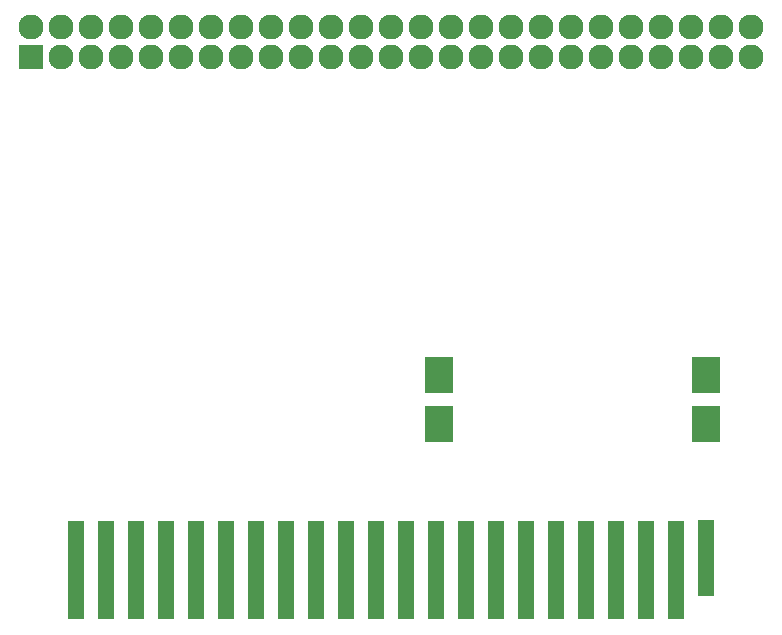
<source format=gbr>
G04 #@! TF.FileFunction,Soldermask,Top*
%FSLAX46Y46*%
G04 Gerber Fmt 4.6, Leading zero omitted, Abs format (unit mm)*
G04 Created by KiCad (PCBNEW 4.0.7) date 05/21/18 15:56:52*
%MOMM*%
%LPD*%
G01*
G04 APERTURE LIST*
%ADD10C,0.100000*%
%ADD11R,2.430000X3.050000*%
%ADD12R,1.400000X6.400000*%
%ADD13R,1.400000X8.400000*%
%ADD14R,2.127200X2.127200*%
%ADD15O,2.127200X2.127200*%
G04 APERTURE END LIST*
D10*
D11*
X168148000Y-123894000D03*
X168148000Y-128074000D03*
X145542000Y-128074000D03*
X145542000Y-123894000D03*
D12*
X168148000Y-139446000D03*
D13*
X165608000Y-140462000D03*
X163068000Y-140462000D03*
X160528000Y-140462000D03*
X157988000Y-140462000D03*
X155448000Y-140462000D03*
X152908000Y-140462000D03*
X150368000Y-140462000D03*
X147828000Y-140462000D03*
X145288000Y-140462000D03*
X142748000Y-140462000D03*
X140208000Y-140462000D03*
X137668000Y-140462000D03*
X135128000Y-140462000D03*
X132588000Y-140462000D03*
X130048000Y-140462000D03*
X127508000Y-140462000D03*
X124968000Y-140462000D03*
X122428000Y-140462000D03*
X119888000Y-140462000D03*
X117348000Y-140462000D03*
X114808000Y-140462000D03*
D12*
X168148000Y-139462000D03*
D13*
X165608000Y-140462000D03*
X163068000Y-140462000D03*
X160528000Y-140462000D03*
X157988000Y-140462000D03*
X155448000Y-140462000D03*
X152908000Y-140462000D03*
X150368000Y-140462000D03*
X147828000Y-140462000D03*
X145288000Y-140462000D03*
X142748000Y-140462000D03*
X140208000Y-140462000D03*
X137668000Y-140462000D03*
X135128000Y-140462000D03*
X132588000Y-140462000D03*
X130048000Y-140462000D03*
X127508000Y-140462000D03*
X124968000Y-140462000D03*
X122428000Y-140462000D03*
X119888000Y-140462000D03*
X117348000Y-140462000D03*
X114808000Y-140462000D03*
D14*
X110998000Y-97028000D03*
D15*
X110998000Y-94488000D03*
X113538000Y-97028000D03*
X113538000Y-94488000D03*
X116078000Y-97028000D03*
X116078000Y-94488000D03*
X118618000Y-97028000D03*
X118618000Y-94488000D03*
X121158000Y-97028000D03*
X121158000Y-94488000D03*
X123698000Y-97028000D03*
X123698000Y-94488000D03*
X126238000Y-97028000D03*
X126238000Y-94488000D03*
X128778000Y-97028000D03*
X128778000Y-94488000D03*
X131318000Y-97028000D03*
X131318000Y-94488000D03*
X133858000Y-97028000D03*
X133858000Y-94488000D03*
X136398000Y-97028000D03*
X136398000Y-94488000D03*
X138938000Y-97028000D03*
X138938000Y-94488000D03*
X141478000Y-97028000D03*
X141478000Y-94488000D03*
X144018000Y-97028000D03*
X144018000Y-94488000D03*
X146558000Y-97028000D03*
X146558000Y-94488000D03*
X149098000Y-97028000D03*
X149098000Y-94488000D03*
X151638000Y-97028000D03*
X151638000Y-94488000D03*
X154178000Y-97028000D03*
X154178000Y-94488000D03*
X156718000Y-97028000D03*
X156718000Y-94488000D03*
X159258000Y-97028000D03*
X159258000Y-94488000D03*
X161798000Y-97028000D03*
X161798000Y-94488000D03*
X164338000Y-97028000D03*
X164338000Y-94488000D03*
X166878000Y-97028000D03*
X166878000Y-94488000D03*
X169418000Y-97028000D03*
X169418000Y-94488000D03*
X171958000Y-97028000D03*
X171958000Y-94488000D03*
M02*

</source>
